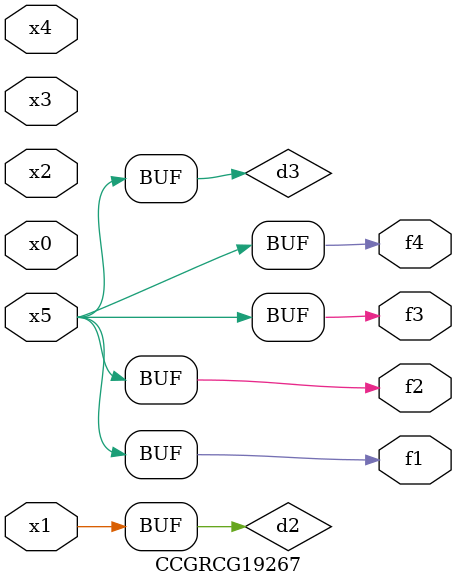
<source format=v>
module CCGRCG19267(
	input x0, x1, x2, x3, x4, x5,
	output f1, f2, f3, f4
);

	wire d1, d2, d3;

	not (d1, x5);
	or (d2, x1);
	xnor (d3, d1);
	assign f1 = d3;
	assign f2 = d3;
	assign f3 = d3;
	assign f4 = d3;
endmodule

</source>
